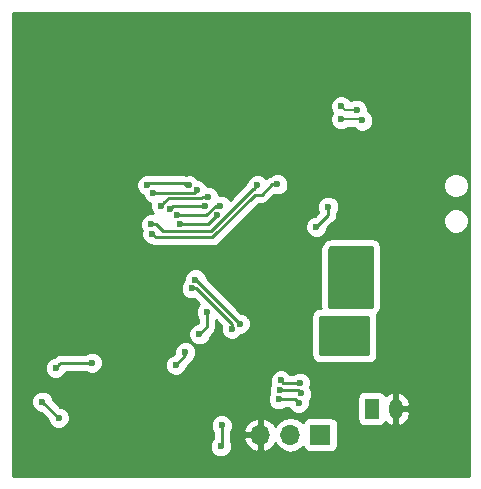
<source format=gbl>
G04 #@! TF.FileFunction,Copper,L2,Bot,Signal*
%FSLAX45Y45*%
G04 Gerber Fmt 4.5, Leading zero omitted, Abs format (unit mm)*
G04 Created by KiCad (PCBNEW 4.0.7-e2-6376~61~ubuntu18.04.1) date Thu Oct  4 13:43:13 2018*
%MOMM*%
%LPD*%
G01*
G04 APERTURE LIST*
%ADD10C,0.100000*%
%ADD11R,1.200000X1.700000*%
%ADD12O,1.200000X1.700000*%
%ADD13R,1.700000X1.700000*%
%ADD14O,1.700000X1.700000*%
%ADD15C,0.600000*%
%ADD16C,0.250000*%
%ADD17C,0.200000*%
%ADD18C,0.254000*%
G04 APERTURE END LIST*
D10*
D11*
X16110000Y-10360000D03*
D12*
X16310000Y-10360000D03*
D13*
X15674000Y-10580000D03*
D14*
X15420000Y-10580000D03*
X15166000Y-10580000D03*
D15*
X16470000Y-9920000D03*
X16480000Y-10020000D03*
X16570000Y-10030000D03*
X16690000Y-9230000D03*
X16600000Y-9230000D03*
X16510000Y-9230000D03*
X16420000Y-9230000D03*
X16320000Y-9260000D03*
X16300000Y-9770000D03*
X16300000Y-9920000D03*
X16270000Y-10000000D03*
X15760000Y-10360000D03*
X14550000Y-10840000D03*
X14660000Y-10840000D03*
X14997771Y-10406161D03*
X14250000Y-9700000D03*
X14330000Y-10250000D03*
X15260000Y-10020000D03*
X13380000Y-8710000D03*
X13380000Y-9020000D03*
X13380000Y-9320000D03*
X13380000Y-9630000D03*
X13200000Y-10280000D03*
X13540000Y-10890000D03*
X13130000Y-10530000D03*
X14130000Y-8140000D03*
X15440000Y-8457499D03*
X16080000Y-8760000D03*
X15830000Y-7270000D03*
X15830000Y-7550000D03*
X14950000Y-9070000D03*
X14410000Y-9220000D03*
X13838103Y-9645826D03*
X14050000Y-9920000D03*
X13600000Y-10120000D03*
X14070000Y-10600000D03*
X16670000Y-10040000D03*
X16800000Y-9020000D03*
X16790000Y-8190000D03*
X15920000Y-9820000D03*
X15920000Y-9730000D03*
X15820000Y-9820000D03*
X15820000Y-9730000D03*
X15720000Y-9820000D03*
X15720000Y-9730000D03*
X15720000Y-9640000D03*
X15820000Y-9640000D03*
X15920000Y-9640000D03*
X15910000Y-9170000D03*
X15910000Y-9300000D03*
X15910000Y-9450000D03*
X15800000Y-9460000D03*
X15800000Y-9300000D03*
X15800000Y-9170000D03*
X15800000Y-9040000D03*
X15910000Y-9040000D03*
X16030000Y-9040000D03*
X16055000Y-9145000D03*
X14560000Y-8470000D03*
X14208784Y-8468541D03*
X14628986Y-8510511D03*
X14260000Y-8530000D03*
X14250000Y-8880000D03*
X15310000Y-8460000D03*
X14240000Y-8800000D03*
X15140000Y-8470000D03*
X14616379Y-9266726D03*
X14990000Y-9640000D03*
X14710000Y-9542501D03*
X14650000Y-9730002D03*
X14450000Y-9990000D03*
X14530000Y-9880000D03*
X14837500Y-10502500D03*
X14830000Y-10680000D03*
X15490000Y-10310000D03*
X15320000Y-10280000D03*
X15340000Y-10119999D03*
X15500000Y-10140000D03*
X15510000Y-10230000D03*
X15330000Y-10200000D03*
X13458014Y-10436840D03*
X13320000Y-10300000D03*
X14584238Y-9340998D03*
X14923435Y-9684377D03*
X15640000Y-8820000D03*
X15740000Y-8650000D03*
X14399873Y-8667643D03*
X14698588Y-8642132D03*
X14827382Y-8641464D03*
X14459218Y-8721293D03*
X15850000Y-7800000D03*
X15980000Y-7830000D03*
X14800985Y-8716984D03*
X14483566Y-8797499D03*
X16027499Y-7920000D03*
X15850000Y-7910000D03*
X14323373Y-8644234D03*
X14719196Y-8564830D03*
X13432282Y-10015004D03*
X13740000Y-9970000D03*
D16*
X15930000Y-9580000D02*
X15670000Y-9580000D01*
X15670000Y-9580000D02*
X15670000Y-9900000D01*
X15670000Y-9900000D02*
X16080000Y-9900000D01*
X16080000Y-9900000D02*
X16080000Y-9580000D01*
X16080000Y-9580000D02*
X15930000Y-9580000D01*
X15930000Y-9580000D02*
X15950000Y-9600000D01*
X15950000Y-9600000D02*
X15950000Y-9610000D01*
X15950000Y-9610000D02*
X15920000Y-9640000D01*
X16110000Y-9150000D02*
X16110000Y-9500000D01*
X16110000Y-9500000D02*
X15750000Y-9500000D01*
X15750000Y-9500000D02*
X15750000Y-9010000D01*
X16085000Y-9175000D02*
X16085000Y-9175000D01*
X15750000Y-9010000D02*
X15770000Y-8990000D01*
X15770000Y-8990000D02*
X16110000Y-8990000D01*
X16110000Y-8990000D02*
X16110000Y-9150000D01*
X16110000Y-9150000D02*
X16085000Y-9175000D01*
X16085000Y-9175000D02*
X16055000Y-9145000D01*
X14560000Y-8470000D02*
X14537999Y-8470000D01*
X14537999Y-8470000D02*
X14520000Y-8452001D01*
X14225325Y-8452001D02*
X14520000Y-8452001D01*
X14208784Y-8468541D02*
X14225325Y-8452001D01*
X14606997Y-8532500D02*
X14628986Y-8510511D01*
X14304926Y-8532500D02*
X14606997Y-8532500D01*
X14260000Y-8530000D02*
X14302426Y-8530000D01*
X14302426Y-8530000D02*
X14304926Y-8532500D01*
X14760000Y-8910000D02*
X14280000Y-8910000D01*
X15120000Y-8550000D02*
X14760000Y-8910000D01*
X14280000Y-8910000D02*
X14250000Y-8880000D01*
X15177574Y-8550000D02*
X15120000Y-8550000D01*
X15310000Y-8460000D02*
X15267574Y-8460000D01*
X15267574Y-8460000D02*
X15177574Y-8550000D01*
X14282426Y-8800000D02*
X14240000Y-8800000D01*
X15106359Y-8500000D02*
X14746359Y-8860000D01*
X15110000Y-8500000D02*
X15106359Y-8500000D01*
X15140000Y-8470000D02*
X15110000Y-8500000D01*
X14342426Y-8860000D02*
X14282426Y-8800000D01*
X14746359Y-8860000D02*
X14342426Y-8860000D01*
X14990000Y-9640000D02*
X14616726Y-9266726D01*
X14616726Y-9266726D02*
X14616379Y-9266726D01*
X14710000Y-9542501D02*
X14710000Y-9670002D01*
X14710000Y-9670002D02*
X14650000Y-9730002D01*
X14530000Y-9880000D02*
X14530000Y-9910000D01*
X14530000Y-9910000D02*
X14450000Y-9990000D01*
X14837500Y-10502500D02*
X14837500Y-10672500D01*
X14837500Y-10672500D02*
X14830000Y-10680000D01*
X15320000Y-10280000D02*
X15460000Y-10280000D01*
X15460000Y-10280000D02*
X15490000Y-10310000D01*
X15500000Y-10140000D02*
X15360001Y-10140000D01*
X15360001Y-10140000D02*
X15340000Y-10119999D01*
X15330000Y-10200000D02*
X15480000Y-10200000D01*
X15480000Y-10200000D02*
X15510000Y-10230000D01*
X13456840Y-10436840D02*
X13458014Y-10436840D01*
X13320000Y-10300000D02*
X13456840Y-10436840D01*
X14923435Y-9684377D02*
X14923435Y-9641950D01*
X14622483Y-9340998D02*
X14584238Y-9340998D01*
X14923435Y-9641950D02*
X14622483Y-9340998D01*
X15740000Y-8650000D02*
X15740000Y-8720000D01*
X15740000Y-8720000D02*
X15640000Y-8820000D01*
X14698588Y-8642132D02*
X14425384Y-8642132D01*
X14425384Y-8642132D02*
X14399873Y-8667643D01*
X14787646Y-8641464D02*
X14827382Y-8641464D01*
X14459218Y-8721293D02*
X14707817Y-8721293D01*
X14707817Y-8721293D02*
X14787646Y-8641464D01*
D17*
X15980000Y-7830000D02*
X15880000Y-7830000D01*
X15880000Y-7830000D02*
X15850000Y-7800000D01*
D16*
X14720470Y-8797499D02*
X14770985Y-8746984D01*
X14770985Y-8746984D02*
X14800985Y-8716984D01*
X14483566Y-8797499D02*
X14720470Y-8797499D01*
D17*
X16017499Y-7910000D02*
X16027499Y-7920000D01*
X15850000Y-7910000D02*
X16017499Y-7910000D01*
D16*
X14390106Y-8577501D02*
X14353373Y-8614234D01*
X14353373Y-8614234D02*
X14323373Y-8644234D01*
X14719196Y-8564830D02*
X14676769Y-8564830D01*
X14676769Y-8564830D02*
X14664098Y-8577501D01*
X14664098Y-8577501D02*
X14390106Y-8577501D01*
X13477286Y-9970000D02*
X13462282Y-9985004D01*
X13462282Y-9985004D02*
X13432282Y-10015004D01*
X13740000Y-9970000D02*
X13477286Y-9970000D01*
D18*
G36*
X16929000Y-10929000D02*
X13071000Y-10929000D01*
X13071000Y-10698517D01*
X14736484Y-10698517D01*
X14750688Y-10732894D01*
X14776967Y-10759219D01*
X14811320Y-10773484D01*
X14848517Y-10773516D01*
X14882894Y-10759312D01*
X14909219Y-10733033D01*
X14923484Y-10698680D01*
X14923516Y-10661483D01*
X14913500Y-10637242D01*
X14913500Y-10615689D01*
X15021851Y-10615689D01*
X15046482Y-10668136D01*
X15089308Y-10707165D01*
X15130311Y-10724148D01*
X15153300Y-10712016D01*
X15153300Y-10592700D01*
X15033918Y-10592700D01*
X15021851Y-10615689D01*
X14913500Y-10615689D01*
X14913500Y-10558746D01*
X14916719Y-10555533D01*
X14921379Y-10544311D01*
X15021851Y-10544311D01*
X15033918Y-10567300D01*
X15153300Y-10567300D01*
X15153300Y-10447985D01*
X15178700Y-10447985D01*
X15178700Y-10567300D01*
X15180700Y-10567300D01*
X15180700Y-10592700D01*
X15178700Y-10592700D01*
X15178700Y-10712016D01*
X15201689Y-10724148D01*
X15242692Y-10707165D01*
X15285518Y-10668136D01*
X15292230Y-10653845D01*
X15314995Y-10687915D01*
X15363171Y-10720105D01*
X15420000Y-10731409D01*
X15476828Y-10720105D01*
X15525005Y-10687915D01*
X15527785Y-10683755D01*
X15528684Y-10688532D01*
X15542591Y-10710144D01*
X15563811Y-10724643D01*
X15589000Y-10729744D01*
X15759000Y-10729744D01*
X15782532Y-10725316D01*
X15804144Y-10711409D01*
X15818643Y-10690189D01*
X15823744Y-10665000D01*
X15823744Y-10495000D01*
X15819316Y-10471468D01*
X15805409Y-10449856D01*
X15784189Y-10435357D01*
X15759000Y-10430256D01*
X15589000Y-10430256D01*
X15565468Y-10434684D01*
X15543856Y-10448591D01*
X15529357Y-10469811D01*
X15527991Y-10476554D01*
X15525005Y-10472085D01*
X15476828Y-10439895D01*
X15420000Y-10428591D01*
X15363171Y-10439895D01*
X15314995Y-10472085D01*
X15292230Y-10506155D01*
X15285518Y-10491864D01*
X15242692Y-10452836D01*
X15201689Y-10435852D01*
X15178700Y-10447985D01*
X15153300Y-10447985D01*
X15130311Y-10435852D01*
X15089308Y-10452836D01*
X15046482Y-10491864D01*
X15021851Y-10544311D01*
X14921379Y-10544311D01*
X14930984Y-10521180D01*
X14931016Y-10483983D01*
X14916812Y-10449606D01*
X14890533Y-10423281D01*
X14856180Y-10409016D01*
X14818983Y-10408984D01*
X14784606Y-10423188D01*
X14758281Y-10449467D01*
X14744016Y-10483820D01*
X14743984Y-10521017D01*
X14758188Y-10555394D01*
X14761500Y-10558712D01*
X14761500Y-10616267D01*
X14750781Y-10626967D01*
X14736516Y-10661320D01*
X14736484Y-10698517D01*
X13071000Y-10698517D01*
X13071000Y-10318517D01*
X13226484Y-10318517D01*
X13240688Y-10352894D01*
X13266967Y-10379219D01*
X13301320Y-10393484D01*
X13306008Y-10393488D01*
X13364501Y-10451981D01*
X13364498Y-10455357D01*
X13378702Y-10489735D01*
X13404981Y-10516059D01*
X13439334Y-10530324D01*
X13476531Y-10530356D01*
X13510908Y-10516152D01*
X13537233Y-10489873D01*
X13551498Y-10455520D01*
X13551530Y-10418324D01*
X13537326Y-10383946D01*
X13511047Y-10357621D01*
X13476694Y-10343356D01*
X13470831Y-10343351D01*
X13425997Y-10298517D01*
X15226484Y-10298517D01*
X15240688Y-10332894D01*
X15266967Y-10359219D01*
X15301320Y-10373484D01*
X15338517Y-10373516D01*
X15372894Y-10359312D01*
X15376212Y-10356000D01*
X15407840Y-10356000D01*
X15410688Y-10362894D01*
X15436967Y-10389219D01*
X15471320Y-10403484D01*
X15508517Y-10403516D01*
X15542894Y-10389312D01*
X15569219Y-10363033D01*
X15583484Y-10328680D01*
X15583516Y-10291483D01*
X15582709Y-10289531D01*
X15589219Y-10283033D01*
X15592555Y-10275000D01*
X15985256Y-10275000D01*
X15985256Y-10445000D01*
X15989684Y-10468532D01*
X16003591Y-10490144D01*
X16024811Y-10504643D01*
X16050000Y-10509744D01*
X16170000Y-10509744D01*
X16193532Y-10505316D01*
X16215144Y-10491409D01*
X16225557Y-10476169D01*
X16227087Y-10478193D01*
X16269062Y-10502829D01*
X16278239Y-10504346D01*
X16297300Y-10491873D01*
X16297300Y-10372700D01*
X16322700Y-10372700D01*
X16322700Y-10491873D01*
X16341761Y-10504346D01*
X16350938Y-10502829D01*
X16392912Y-10478193D01*
X16422265Y-10439370D01*
X16434526Y-10392270D01*
X16418255Y-10372700D01*
X16322700Y-10372700D01*
X16297300Y-10372700D01*
X16295300Y-10372700D01*
X16295300Y-10347300D01*
X16297300Y-10347300D01*
X16297300Y-10228127D01*
X16322700Y-10228127D01*
X16322700Y-10347300D01*
X16418255Y-10347300D01*
X16434526Y-10327730D01*
X16422265Y-10280630D01*
X16392912Y-10241807D01*
X16350938Y-10217171D01*
X16341761Y-10215654D01*
X16322700Y-10228127D01*
X16297300Y-10228127D01*
X16278239Y-10215654D01*
X16269062Y-10217171D01*
X16227087Y-10241807D01*
X16225473Y-10243942D01*
X16216409Y-10229856D01*
X16195189Y-10215357D01*
X16170000Y-10210256D01*
X16050000Y-10210256D01*
X16026468Y-10214684D01*
X16004856Y-10228591D01*
X15990357Y-10249811D01*
X15985256Y-10275000D01*
X15592555Y-10275000D01*
X15603484Y-10248680D01*
X15603516Y-10211483D01*
X15589312Y-10177106D01*
X15586855Y-10174644D01*
X15593484Y-10158680D01*
X15593516Y-10121483D01*
X15579312Y-10087106D01*
X15553033Y-10060781D01*
X15518680Y-10046516D01*
X15481483Y-10046484D01*
X15447106Y-10060688D01*
X15443788Y-10064000D01*
X15416213Y-10064000D01*
X15393033Y-10040780D01*
X15358680Y-10026515D01*
X15321483Y-10026483D01*
X15287106Y-10040687D01*
X15260781Y-10066966D01*
X15246516Y-10101319D01*
X15246484Y-10138515D01*
X15250377Y-10147939D01*
X15236516Y-10181320D01*
X15236484Y-10218517D01*
X15240377Y-10227939D01*
X15226516Y-10261320D01*
X15226484Y-10298517D01*
X13425997Y-10298517D01*
X13413512Y-10286032D01*
X13413516Y-10281483D01*
X13399312Y-10247106D01*
X13373033Y-10220781D01*
X13338680Y-10206516D01*
X13301483Y-10206484D01*
X13267106Y-10220688D01*
X13240781Y-10246967D01*
X13226516Y-10281320D01*
X13226484Y-10318517D01*
X13071000Y-10318517D01*
X13071000Y-10033521D01*
X13338766Y-10033521D01*
X13352970Y-10067899D01*
X13379249Y-10094224D01*
X13413602Y-10108488D01*
X13450798Y-10108521D01*
X13485176Y-10094316D01*
X13511501Y-10068037D01*
X13520652Y-10046000D01*
X13683754Y-10046000D01*
X13686967Y-10049219D01*
X13721320Y-10063484D01*
X13758517Y-10063516D01*
X13792894Y-10049312D01*
X13819219Y-10023033D01*
X13825247Y-10008517D01*
X14356484Y-10008517D01*
X14370688Y-10042894D01*
X14396967Y-10069219D01*
X14431320Y-10083484D01*
X14468517Y-10083516D01*
X14502894Y-10069312D01*
X14529219Y-10043033D01*
X14543484Y-10008680D01*
X14543488Y-10003992D01*
X14583740Y-9963740D01*
X14594320Y-9947906D01*
X14609219Y-9933033D01*
X14623484Y-9898680D01*
X14623516Y-9861483D01*
X14609312Y-9827106D01*
X14583033Y-9800781D01*
X14548680Y-9786516D01*
X14511483Y-9786484D01*
X14477106Y-9800688D01*
X14450781Y-9826967D01*
X14436516Y-9861320D01*
X14436486Y-9896034D01*
X14436032Y-9896488D01*
X14431483Y-9896484D01*
X14397106Y-9910688D01*
X14370781Y-9936967D01*
X14356516Y-9971320D01*
X14356484Y-10008517D01*
X13825247Y-10008517D01*
X13833484Y-9988680D01*
X13833516Y-9951483D01*
X13819312Y-9917106D01*
X13793033Y-9890781D01*
X13758680Y-9876516D01*
X13721483Y-9876484D01*
X13687106Y-9890688D01*
X13683788Y-9894000D01*
X13477286Y-9894000D01*
X13448202Y-9899785D01*
X13423546Y-9916260D01*
X13418314Y-9921492D01*
X13413765Y-9921488D01*
X13379387Y-9935693D01*
X13353063Y-9961972D01*
X13338798Y-9996324D01*
X13338766Y-10033521D01*
X13071000Y-10033521D01*
X13071000Y-9359515D01*
X14490722Y-9359515D01*
X14504926Y-9393893D01*
X14531205Y-9420218D01*
X14565558Y-9434482D01*
X14602755Y-9434515D01*
X14606834Y-9432829D01*
X14647141Y-9473137D01*
X14630781Y-9489468D01*
X14616516Y-9523821D01*
X14616484Y-9561018D01*
X14630688Y-9595395D01*
X14634000Y-9598713D01*
X14634000Y-9636488D01*
X14631483Y-9636486D01*
X14597106Y-9650690D01*
X14570781Y-9676969D01*
X14556516Y-9711322D01*
X14556484Y-9748519D01*
X14570688Y-9782896D01*
X14596967Y-9809221D01*
X14631320Y-9823486D01*
X14668517Y-9823518D01*
X14702894Y-9809314D01*
X14729219Y-9783035D01*
X14743484Y-9748682D01*
X14743488Y-9743994D01*
X14763740Y-9723742D01*
X14780215Y-9699086D01*
X14786000Y-9670002D01*
X14786000Y-9611995D01*
X14832812Y-9658807D01*
X14829951Y-9665697D01*
X14829919Y-9702893D01*
X14844123Y-9737271D01*
X14870402Y-9763596D01*
X14904755Y-9777860D01*
X14941952Y-9777893D01*
X14976329Y-9763688D01*
X15002654Y-9737409D01*
X15004272Y-9733513D01*
X15008517Y-9733516D01*
X15042894Y-9719312D01*
X15069219Y-9693033D01*
X15083484Y-9658680D01*
X15083516Y-9621483D01*
X15069312Y-9587106D01*
X15062218Y-9580000D01*
X15594000Y-9580000D01*
X15594000Y-9900000D01*
X15599785Y-9929084D01*
X15616260Y-9953740D01*
X15640916Y-9970215D01*
X15670000Y-9976000D01*
X16080000Y-9976000D01*
X16109084Y-9970215D01*
X16133740Y-9953740D01*
X16150215Y-9929084D01*
X16156000Y-9900000D01*
X16156000Y-9580000D01*
X16152297Y-9561386D01*
X16163740Y-9553740D01*
X16180215Y-9529084D01*
X16186000Y-9500000D01*
X16186000Y-8990000D01*
X16180215Y-8960916D01*
X16163740Y-8936260D01*
X16139084Y-8919785D01*
X16110000Y-8914000D01*
X15770000Y-8914000D01*
X15740916Y-8919785D01*
X15716260Y-8936260D01*
X15696260Y-8956260D01*
X15679785Y-8980916D01*
X15674000Y-9010000D01*
X15674000Y-9500000D01*
X15674796Y-9504000D01*
X15670000Y-9504000D01*
X15640916Y-9509785D01*
X15616260Y-9526260D01*
X15599785Y-9550916D01*
X15594000Y-9580000D01*
X15062218Y-9580000D01*
X15043033Y-9560781D01*
X15008680Y-9546516D01*
X15003992Y-9546512D01*
X14709891Y-9252411D01*
X14709895Y-9248209D01*
X14695691Y-9213832D01*
X14669412Y-9187507D01*
X14635059Y-9173242D01*
X14597862Y-9173210D01*
X14563485Y-9187414D01*
X14537160Y-9213693D01*
X14522895Y-9248046D01*
X14522876Y-9270140D01*
X14505019Y-9287966D01*
X14490754Y-9322318D01*
X14490722Y-9359515D01*
X13071000Y-9359515D01*
X13071000Y-8487058D01*
X14115268Y-8487058D01*
X14129473Y-8521436D01*
X14155752Y-8547761D01*
X14168329Y-8552983D01*
X14180688Y-8582894D01*
X14206967Y-8609219D01*
X14232304Y-8619740D01*
X14229889Y-8625554D01*
X14229857Y-8662751D01*
X14244061Y-8697128D01*
X14253428Y-8706512D01*
X14221483Y-8706484D01*
X14187106Y-8720688D01*
X14160781Y-8746967D01*
X14146516Y-8781320D01*
X14146484Y-8818517D01*
X14160352Y-8852082D01*
X14156516Y-8861320D01*
X14156484Y-8898517D01*
X14170688Y-8932894D01*
X14196967Y-8959219D01*
X14231320Y-8973484D01*
X14240855Y-8973492D01*
X14250916Y-8980215D01*
X14280000Y-8986000D01*
X14760000Y-8986000D01*
X14789084Y-8980215D01*
X14813740Y-8963740D01*
X14938963Y-8838517D01*
X15546484Y-8838517D01*
X15560688Y-8872894D01*
X15586967Y-8899219D01*
X15621320Y-8913484D01*
X15658517Y-8913516D01*
X15692894Y-8899312D01*
X15719219Y-8873033D01*
X15733484Y-8838680D01*
X15733488Y-8833992D01*
X15775993Y-8791487D01*
X16711481Y-8791487D01*
X16727965Y-8831380D01*
X16758459Y-8861928D01*
X16798323Y-8878481D01*
X16841487Y-8878519D01*
X16881380Y-8862035D01*
X16911928Y-8831541D01*
X16928481Y-8791677D01*
X16928519Y-8748513D01*
X16912035Y-8708620D01*
X16881541Y-8678072D01*
X16841677Y-8661519D01*
X16798513Y-8661481D01*
X16758620Y-8677965D01*
X16728072Y-8708460D01*
X16711519Y-8748323D01*
X16711481Y-8791487D01*
X15775993Y-8791487D01*
X15793740Y-8773740D01*
X15810215Y-8749084D01*
X15816000Y-8720000D01*
X15816000Y-8706246D01*
X15819219Y-8703033D01*
X15833484Y-8668680D01*
X15833516Y-8631483D01*
X15819312Y-8597106D01*
X15793033Y-8570781D01*
X15758680Y-8556516D01*
X15721483Y-8556484D01*
X15687106Y-8570688D01*
X15660781Y-8596967D01*
X15646516Y-8631320D01*
X15646484Y-8668517D01*
X15657454Y-8695066D01*
X15626032Y-8726488D01*
X15621483Y-8726484D01*
X15587106Y-8740688D01*
X15560781Y-8766967D01*
X15546516Y-8801320D01*
X15546484Y-8838517D01*
X14938963Y-8838517D01*
X15151480Y-8626000D01*
X15177574Y-8626000D01*
X15206657Y-8620215D01*
X15231314Y-8603740D01*
X15284431Y-8550623D01*
X15291320Y-8553484D01*
X15328517Y-8553516D01*
X15362894Y-8539312D01*
X15389219Y-8513033D01*
X15398166Y-8491487D01*
X16711481Y-8491487D01*
X16727965Y-8531380D01*
X16758459Y-8561928D01*
X16798323Y-8578481D01*
X16841487Y-8578519D01*
X16881380Y-8562035D01*
X16911928Y-8531541D01*
X16928481Y-8491677D01*
X16928519Y-8448513D01*
X16912035Y-8408620D01*
X16881541Y-8378072D01*
X16841677Y-8361519D01*
X16798513Y-8361481D01*
X16758620Y-8377965D01*
X16728072Y-8408460D01*
X16711519Y-8448323D01*
X16711481Y-8491487D01*
X15398166Y-8491487D01*
X15403484Y-8478680D01*
X15403516Y-8441483D01*
X15389312Y-8407106D01*
X15363033Y-8380781D01*
X15328680Y-8366516D01*
X15291483Y-8366484D01*
X15257106Y-8380688D01*
X15250358Y-8387424D01*
X15238490Y-8389785D01*
X15213833Y-8406260D01*
X15211157Y-8408937D01*
X15193033Y-8390781D01*
X15158680Y-8376516D01*
X15121483Y-8376484D01*
X15087106Y-8390688D01*
X15060781Y-8416967D01*
X15046516Y-8451320D01*
X15046515Y-8452364D01*
X14907751Y-8591128D01*
X14906693Y-8588569D01*
X14880414Y-8562244D01*
X14846062Y-8547980D01*
X14812711Y-8547951D01*
X14812712Y-8546313D01*
X14798507Y-8511936D01*
X14772228Y-8485611D01*
X14737876Y-8471346D01*
X14713961Y-8471326D01*
X14708297Y-8457617D01*
X14682018Y-8431292D01*
X14647665Y-8417028D01*
X14639226Y-8417020D01*
X14613033Y-8390781D01*
X14578680Y-8376516D01*
X14541483Y-8376484D01*
X14535290Y-8379043D01*
X14520000Y-8376001D01*
X14229737Y-8376001D01*
X14227464Y-8375058D01*
X14190268Y-8375025D01*
X14155890Y-8389230D01*
X14129565Y-8415509D01*
X14115301Y-8449862D01*
X14115268Y-8487058D01*
X13071000Y-8487058D01*
X13071000Y-7818517D01*
X15756484Y-7818517D01*
X15770688Y-7852894D01*
X15772771Y-7854981D01*
X15770781Y-7856967D01*
X15756516Y-7891320D01*
X15756484Y-7928517D01*
X15770688Y-7962894D01*
X15796967Y-7989219D01*
X15831320Y-8003484D01*
X15868517Y-8003516D01*
X15902894Y-7989312D01*
X15908716Y-7983500D01*
X15958774Y-7983500D01*
X15974466Y-7999219D01*
X16008819Y-8013484D01*
X16046016Y-8013516D01*
X16080393Y-7999312D01*
X16106718Y-7973033D01*
X16120983Y-7938680D01*
X16121015Y-7901483D01*
X16106811Y-7867106D01*
X16080532Y-7840781D01*
X16073493Y-7837858D01*
X16073516Y-7811483D01*
X16059312Y-7777106D01*
X16033033Y-7750781D01*
X15998680Y-7736516D01*
X15961483Y-7736484D01*
X15930254Y-7749387D01*
X15929312Y-7747106D01*
X15903033Y-7720781D01*
X15868680Y-7706516D01*
X15831483Y-7706484D01*
X15797106Y-7720688D01*
X15770781Y-7746967D01*
X15756516Y-7781320D01*
X15756484Y-7818517D01*
X13071000Y-7818517D01*
X13071000Y-7012700D01*
X16929000Y-7012700D01*
X16929000Y-10929000D01*
X16929000Y-10929000D01*
G37*
X16929000Y-10929000D02*
X13071000Y-10929000D01*
X13071000Y-10698517D01*
X14736484Y-10698517D01*
X14750688Y-10732894D01*
X14776967Y-10759219D01*
X14811320Y-10773484D01*
X14848517Y-10773516D01*
X14882894Y-10759312D01*
X14909219Y-10733033D01*
X14923484Y-10698680D01*
X14923516Y-10661483D01*
X14913500Y-10637242D01*
X14913500Y-10615689D01*
X15021851Y-10615689D01*
X15046482Y-10668136D01*
X15089308Y-10707165D01*
X15130311Y-10724148D01*
X15153300Y-10712016D01*
X15153300Y-10592700D01*
X15033918Y-10592700D01*
X15021851Y-10615689D01*
X14913500Y-10615689D01*
X14913500Y-10558746D01*
X14916719Y-10555533D01*
X14921379Y-10544311D01*
X15021851Y-10544311D01*
X15033918Y-10567300D01*
X15153300Y-10567300D01*
X15153300Y-10447985D01*
X15178700Y-10447985D01*
X15178700Y-10567300D01*
X15180700Y-10567300D01*
X15180700Y-10592700D01*
X15178700Y-10592700D01*
X15178700Y-10712016D01*
X15201689Y-10724148D01*
X15242692Y-10707165D01*
X15285518Y-10668136D01*
X15292230Y-10653845D01*
X15314995Y-10687915D01*
X15363171Y-10720105D01*
X15420000Y-10731409D01*
X15476828Y-10720105D01*
X15525005Y-10687915D01*
X15527785Y-10683755D01*
X15528684Y-10688532D01*
X15542591Y-10710144D01*
X15563811Y-10724643D01*
X15589000Y-10729744D01*
X15759000Y-10729744D01*
X15782532Y-10725316D01*
X15804144Y-10711409D01*
X15818643Y-10690189D01*
X15823744Y-10665000D01*
X15823744Y-10495000D01*
X15819316Y-10471468D01*
X15805409Y-10449856D01*
X15784189Y-10435357D01*
X15759000Y-10430256D01*
X15589000Y-10430256D01*
X15565468Y-10434684D01*
X15543856Y-10448591D01*
X15529357Y-10469811D01*
X15527991Y-10476554D01*
X15525005Y-10472085D01*
X15476828Y-10439895D01*
X15420000Y-10428591D01*
X15363171Y-10439895D01*
X15314995Y-10472085D01*
X15292230Y-10506155D01*
X15285518Y-10491864D01*
X15242692Y-10452836D01*
X15201689Y-10435852D01*
X15178700Y-10447985D01*
X15153300Y-10447985D01*
X15130311Y-10435852D01*
X15089308Y-10452836D01*
X15046482Y-10491864D01*
X15021851Y-10544311D01*
X14921379Y-10544311D01*
X14930984Y-10521180D01*
X14931016Y-10483983D01*
X14916812Y-10449606D01*
X14890533Y-10423281D01*
X14856180Y-10409016D01*
X14818983Y-10408984D01*
X14784606Y-10423188D01*
X14758281Y-10449467D01*
X14744016Y-10483820D01*
X14743984Y-10521017D01*
X14758188Y-10555394D01*
X14761500Y-10558712D01*
X14761500Y-10616267D01*
X14750781Y-10626967D01*
X14736516Y-10661320D01*
X14736484Y-10698517D01*
X13071000Y-10698517D01*
X13071000Y-10318517D01*
X13226484Y-10318517D01*
X13240688Y-10352894D01*
X13266967Y-10379219D01*
X13301320Y-10393484D01*
X13306008Y-10393488D01*
X13364501Y-10451981D01*
X13364498Y-10455357D01*
X13378702Y-10489735D01*
X13404981Y-10516059D01*
X13439334Y-10530324D01*
X13476531Y-10530356D01*
X13510908Y-10516152D01*
X13537233Y-10489873D01*
X13551498Y-10455520D01*
X13551530Y-10418324D01*
X13537326Y-10383946D01*
X13511047Y-10357621D01*
X13476694Y-10343356D01*
X13470831Y-10343351D01*
X13425997Y-10298517D01*
X15226484Y-10298517D01*
X15240688Y-10332894D01*
X15266967Y-10359219D01*
X15301320Y-10373484D01*
X15338517Y-10373516D01*
X15372894Y-10359312D01*
X15376212Y-10356000D01*
X15407840Y-10356000D01*
X15410688Y-10362894D01*
X15436967Y-10389219D01*
X15471320Y-10403484D01*
X15508517Y-10403516D01*
X15542894Y-10389312D01*
X15569219Y-10363033D01*
X15583484Y-10328680D01*
X15583516Y-10291483D01*
X15582709Y-10289531D01*
X15589219Y-10283033D01*
X15592555Y-10275000D01*
X15985256Y-10275000D01*
X15985256Y-10445000D01*
X15989684Y-10468532D01*
X16003591Y-10490144D01*
X16024811Y-10504643D01*
X16050000Y-10509744D01*
X16170000Y-10509744D01*
X16193532Y-10505316D01*
X16215144Y-10491409D01*
X16225557Y-10476169D01*
X16227087Y-10478193D01*
X16269062Y-10502829D01*
X16278239Y-10504346D01*
X16297300Y-10491873D01*
X16297300Y-10372700D01*
X16322700Y-10372700D01*
X16322700Y-10491873D01*
X16341761Y-10504346D01*
X16350938Y-10502829D01*
X16392912Y-10478193D01*
X16422265Y-10439370D01*
X16434526Y-10392270D01*
X16418255Y-10372700D01*
X16322700Y-10372700D01*
X16297300Y-10372700D01*
X16295300Y-10372700D01*
X16295300Y-10347300D01*
X16297300Y-10347300D01*
X16297300Y-10228127D01*
X16322700Y-10228127D01*
X16322700Y-10347300D01*
X16418255Y-10347300D01*
X16434526Y-10327730D01*
X16422265Y-10280630D01*
X16392912Y-10241807D01*
X16350938Y-10217171D01*
X16341761Y-10215654D01*
X16322700Y-10228127D01*
X16297300Y-10228127D01*
X16278239Y-10215654D01*
X16269062Y-10217171D01*
X16227087Y-10241807D01*
X16225473Y-10243942D01*
X16216409Y-10229856D01*
X16195189Y-10215357D01*
X16170000Y-10210256D01*
X16050000Y-10210256D01*
X16026468Y-10214684D01*
X16004856Y-10228591D01*
X15990357Y-10249811D01*
X15985256Y-10275000D01*
X15592555Y-10275000D01*
X15603484Y-10248680D01*
X15603516Y-10211483D01*
X15589312Y-10177106D01*
X15586855Y-10174644D01*
X15593484Y-10158680D01*
X15593516Y-10121483D01*
X15579312Y-10087106D01*
X15553033Y-10060781D01*
X15518680Y-10046516D01*
X15481483Y-10046484D01*
X15447106Y-10060688D01*
X15443788Y-10064000D01*
X15416213Y-10064000D01*
X15393033Y-10040780D01*
X15358680Y-10026515D01*
X15321483Y-10026483D01*
X15287106Y-10040687D01*
X15260781Y-10066966D01*
X15246516Y-10101319D01*
X15246484Y-10138515D01*
X15250377Y-10147939D01*
X15236516Y-10181320D01*
X15236484Y-10218517D01*
X15240377Y-10227939D01*
X15226516Y-10261320D01*
X15226484Y-10298517D01*
X13425997Y-10298517D01*
X13413512Y-10286032D01*
X13413516Y-10281483D01*
X13399312Y-10247106D01*
X13373033Y-10220781D01*
X13338680Y-10206516D01*
X13301483Y-10206484D01*
X13267106Y-10220688D01*
X13240781Y-10246967D01*
X13226516Y-10281320D01*
X13226484Y-10318517D01*
X13071000Y-10318517D01*
X13071000Y-10033521D01*
X13338766Y-10033521D01*
X13352970Y-10067899D01*
X13379249Y-10094224D01*
X13413602Y-10108488D01*
X13450798Y-10108521D01*
X13485176Y-10094316D01*
X13511501Y-10068037D01*
X13520652Y-10046000D01*
X13683754Y-10046000D01*
X13686967Y-10049219D01*
X13721320Y-10063484D01*
X13758517Y-10063516D01*
X13792894Y-10049312D01*
X13819219Y-10023033D01*
X13825247Y-10008517D01*
X14356484Y-10008517D01*
X14370688Y-10042894D01*
X14396967Y-10069219D01*
X14431320Y-10083484D01*
X14468517Y-10083516D01*
X14502894Y-10069312D01*
X14529219Y-10043033D01*
X14543484Y-10008680D01*
X14543488Y-10003992D01*
X14583740Y-9963740D01*
X14594320Y-9947906D01*
X14609219Y-9933033D01*
X14623484Y-9898680D01*
X14623516Y-9861483D01*
X14609312Y-9827106D01*
X14583033Y-9800781D01*
X14548680Y-9786516D01*
X14511483Y-9786484D01*
X14477106Y-9800688D01*
X14450781Y-9826967D01*
X14436516Y-9861320D01*
X14436486Y-9896034D01*
X14436032Y-9896488D01*
X14431483Y-9896484D01*
X14397106Y-9910688D01*
X14370781Y-9936967D01*
X14356516Y-9971320D01*
X14356484Y-10008517D01*
X13825247Y-10008517D01*
X13833484Y-9988680D01*
X13833516Y-9951483D01*
X13819312Y-9917106D01*
X13793033Y-9890781D01*
X13758680Y-9876516D01*
X13721483Y-9876484D01*
X13687106Y-9890688D01*
X13683788Y-9894000D01*
X13477286Y-9894000D01*
X13448202Y-9899785D01*
X13423546Y-9916260D01*
X13418314Y-9921492D01*
X13413765Y-9921488D01*
X13379387Y-9935693D01*
X13353063Y-9961972D01*
X13338798Y-9996324D01*
X13338766Y-10033521D01*
X13071000Y-10033521D01*
X13071000Y-9359515D01*
X14490722Y-9359515D01*
X14504926Y-9393893D01*
X14531205Y-9420218D01*
X14565558Y-9434482D01*
X14602755Y-9434515D01*
X14606834Y-9432829D01*
X14647141Y-9473137D01*
X14630781Y-9489468D01*
X14616516Y-9523821D01*
X14616484Y-9561018D01*
X14630688Y-9595395D01*
X14634000Y-9598713D01*
X14634000Y-9636488D01*
X14631483Y-9636486D01*
X14597106Y-9650690D01*
X14570781Y-9676969D01*
X14556516Y-9711322D01*
X14556484Y-9748519D01*
X14570688Y-9782896D01*
X14596967Y-9809221D01*
X14631320Y-9823486D01*
X14668517Y-9823518D01*
X14702894Y-9809314D01*
X14729219Y-9783035D01*
X14743484Y-9748682D01*
X14743488Y-9743994D01*
X14763740Y-9723742D01*
X14780215Y-9699086D01*
X14786000Y-9670002D01*
X14786000Y-9611995D01*
X14832812Y-9658807D01*
X14829951Y-9665697D01*
X14829919Y-9702893D01*
X14844123Y-9737271D01*
X14870402Y-9763596D01*
X14904755Y-9777860D01*
X14941952Y-9777893D01*
X14976329Y-9763688D01*
X15002654Y-9737409D01*
X15004272Y-9733513D01*
X15008517Y-9733516D01*
X15042894Y-9719312D01*
X15069219Y-9693033D01*
X15083484Y-9658680D01*
X15083516Y-9621483D01*
X15069312Y-9587106D01*
X15062218Y-9580000D01*
X15594000Y-9580000D01*
X15594000Y-9900000D01*
X15599785Y-9929084D01*
X15616260Y-9953740D01*
X15640916Y-9970215D01*
X15670000Y-9976000D01*
X16080000Y-9976000D01*
X16109084Y-9970215D01*
X16133740Y-9953740D01*
X16150215Y-9929084D01*
X16156000Y-9900000D01*
X16156000Y-9580000D01*
X16152297Y-9561386D01*
X16163740Y-9553740D01*
X16180215Y-9529084D01*
X16186000Y-9500000D01*
X16186000Y-8990000D01*
X16180215Y-8960916D01*
X16163740Y-8936260D01*
X16139084Y-8919785D01*
X16110000Y-8914000D01*
X15770000Y-8914000D01*
X15740916Y-8919785D01*
X15716260Y-8936260D01*
X15696260Y-8956260D01*
X15679785Y-8980916D01*
X15674000Y-9010000D01*
X15674000Y-9500000D01*
X15674796Y-9504000D01*
X15670000Y-9504000D01*
X15640916Y-9509785D01*
X15616260Y-9526260D01*
X15599785Y-9550916D01*
X15594000Y-9580000D01*
X15062218Y-9580000D01*
X15043033Y-9560781D01*
X15008680Y-9546516D01*
X15003992Y-9546512D01*
X14709891Y-9252411D01*
X14709895Y-9248209D01*
X14695691Y-9213832D01*
X14669412Y-9187507D01*
X14635059Y-9173242D01*
X14597862Y-9173210D01*
X14563485Y-9187414D01*
X14537160Y-9213693D01*
X14522895Y-9248046D01*
X14522876Y-9270140D01*
X14505019Y-9287966D01*
X14490754Y-9322318D01*
X14490722Y-9359515D01*
X13071000Y-9359515D01*
X13071000Y-8487058D01*
X14115268Y-8487058D01*
X14129473Y-8521436D01*
X14155752Y-8547761D01*
X14168329Y-8552983D01*
X14180688Y-8582894D01*
X14206967Y-8609219D01*
X14232304Y-8619740D01*
X14229889Y-8625554D01*
X14229857Y-8662751D01*
X14244061Y-8697128D01*
X14253428Y-8706512D01*
X14221483Y-8706484D01*
X14187106Y-8720688D01*
X14160781Y-8746967D01*
X14146516Y-8781320D01*
X14146484Y-8818517D01*
X14160352Y-8852082D01*
X14156516Y-8861320D01*
X14156484Y-8898517D01*
X14170688Y-8932894D01*
X14196967Y-8959219D01*
X14231320Y-8973484D01*
X14240855Y-8973492D01*
X14250916Y-8980215D01*
X14280000Y-8986000D01*
X14760000Y-8986000D01*
X14789084Y-8980215D01*
X14813740Y-8963740D01*
X14938963Y-8838517D01*
X15546484Y-8838517D01*
X15560688Y-8872894D01*
X15586967Y-8899219D01*
X15621320Y-8913484D01*
X15658517Y-8913516D01*
X15692894Y-8899312D01*
X15719219Y-8873033D01*
X15733484Y-8838680D01*
X15733488Y-8833992D01*
X15775993Y-8791487D01*
X16711481Y-8791487D01*
X16727965Y-8831380D01*
X16758459Y-8861928D01*
X16798323Y-8878481D01*
X16841487Y-8878519D01*
X16881380Y-8862035D01*
X16911928Y-8831541D01*
X16928481Y-8791677D01*
X16928519Y-8748513D01*
X16912035Y-8708620D01*
X16881541Y-8678072D01*
X16841677Y-8661519D01*
X16798513Y-8661481D01*
X16758620Y-8677965D01*
X16728072Y-8708460D01*
X16711519Y-8748323D01*
X16711481Y-8791487D01*
X15775993Y-8791487D01*
X15793740Y-8773740D01*
X15810215Y-8749084D01*
X15816000Y-8720000D01*
X15816000Y-8706246D01*
X15819219Y-8703033D01*
X15833484Y-8668680D01*
X15833516Y-8631483D01*
X15819312Y-8597106D01*
X15793033Y-8570781D01*
X15758680Y-8556516D01*
X15721483Y-8556484D01*
X15687106Y-8570688D01*
X15660781Y-8596967D01*
X15646516Y-8631320D01*
X15646484Y-8668517D01*
X15657454Y-8695066D01*
X15626032Y-8726488D01*
X15621483Y-8726484D01*
X15587106Y-8740688D01*
X15560781Y-8766967D01*
X15546516Y-8801320D01*
X15546484Y-8838517D01*
X14938963Y-8838517D01*
X15151480Y-8626000D01*
X15177574Y-8626000D01*
X15206657Y-8620215D01*
X15231314Y-8603740D01*
X15284431Y-8550623D01*
X15291320Y-8553484D01*
X15328517Y-8553516D01*
X15362894Y-8539312D01*
X15389219Y-8513033D01*
X15398166Y-8491487D01*
X16711481Y-8491487D01*
X16727965Y-8531380D01*
X16758459Y-8561928D01*
X16798323Y-8578481D01*
X16841487Y-8578519D01*
X16881380Y-8562035D01*
X16911928Y-8531541D01*
X16928481Y-8491677D01*
X16928519Y-8448513D01*
X16912035Y-8408620D01*
X16881541Y-8378072D01*
X16841677Y-8361519D01*
X16798513Y-8361481D01*
X16758620Y-8377965D01*
X16728072Y-8408460D01*
X16711519Y-8448323D01*
X16711481Y-8491487D01*
X15398166Y-8491487D01*
X15403484Y-8478680D01*
X15403516Y-8441483D01*
X15389312Y-8407106D01*
X15363033Y-8380781D01*
X15328680Y-8366516D01*
X15291483Y-8366484D01*
X15257106Y-8380688D01*
X15250358Y-8387424D01*
X15238490Y-8389785D01*
X15213833Y-8406260D01*
X15211157Y-8408937D01*
X15193033Y-8390781D01*
X15158680Y-8376516D01*
X15121483Y-8376484D01*
X15087106Y-8390688D01*
X15060781Y-8416967D01*
X15046516Y-8451320D01*
X15046515Y-8452364D01*
X14907751Y-8591128D01*
X14906693Y-8588569D01*
X14880414Y-8562244D01*
X14846062Y-8547980D01*
X14812711Y-8547951D01*
X14812712Y-8546313D01*
X14798507Y-8511936D01*
X14772228Y-8485611D01*
X14737876Y-8471346D01*
X14713961Y-8471326D01*
X14708297Y-8457617D01*
X14682018Y-8431292D01*
X14647665Y-8417028D01*
X14639226Y-8417020D01*
X14613033Y-8390781D01*
X14578680Y-8376516D01*
X14541483Y-8376484D01*
X14535290Y-8379043D01*
X14520000Y-8376001D01*
X14229737Y-8376001D01*
X14227464Y-8375058D01*
X14190268Y-8375025D01*
X14155890Y-8389230D01*
X14129565Y-8415509D01*
X14115301Y-8449862D01*
X14115268Y-8487058D01*
X13071000Y-8487058D01*
X13071000Y-7818517D01*
X15756484Y-7818517D01*
X15770688Y-7852894D01*
X15772771Y-7854981D01*
X15770781Y-7856967D01*
X15756516Y-7891320D01*
X15756484Y-7928517D01*
X15770688Y-7962894D01*
X15796967Y-7989219D01*
X15831320Y-8003484D01*
X15868517Y-8003516D01*
X15902894Y-7989312D01*
X15908716Y-7983500D01*
X15958774Y-7983500D01*
X15974466Y-7999219D01*
X16008819Y-8013484D01*
X16046016Y-8013516D01*
X16080393Y-7999312D01*
X16106718Y-7973033D01*
X16120983Y-7938680D01*
X16121015Y-7901483D01*
X16106811Y-7867106D01*
X16080532Y-7840781D01*
X16073493Y-7837858D01*
X16073516Y-7811483D01*
X16059312Y-7777106D01*
X16033033Y-7750781D01*
X15998680Y-7736516D01*
X15961483Y-7736484D01*
X15930254Y-7749387D01*
X15929312Y-7747106D01*
X15903033Y-7720781D01*
X15868680Y-7706516D01*
X15831483Y-7706484D01*
X15797106Y-7720688D01*
X15770781Y-7746967D01*
X15756516Y-7781320D01*
X15756484Y-7818517D01*
X13071000Y-7818517D01*
X13071000Y-7012700D01*
X16929000Y-7012700D01*
X16929000Y-10929000D01*
G36*
X16067300Y-9887300D02*
X15682700Y-9887300D01*
X15682700Y-9592700D01*
X16067300Y-9592700D01*
X16067300Y-9887300D01*
X16067300Y-9887300D01*
G37*
X16067300Y-9887300D02*
X15682700Y-9887300D01*
X15682700Y-9592700D01*
X16067300Y-9592700D01*
X16067300Y-9887300D01*
G36*
X16107300Y-9497300D02*
X15752700Y-9497300D01*
X15752700Y-8992700D01*
X16107300Y-8992700D01*
X16107300Y-9497300D01*
X16107300Y-9497300D01*
G37*
X16107300Y-9497300D02*
X15752700Y-9497300D01*
X15752700Y-8992700D01*
X16107300Y-8992700D01*
X16107300Y-9497300D01*
M02*

</source>
